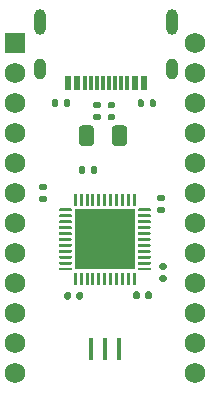
<source format=gts>
%TF.GenerationSoftware,KiCad,Pcbnew,5.1.9*%
%TF.CreationDate,2021-03-01T07:28:27+02:00*%
%TF.ProjectId,beater-c,62656174-6572-42d6-932e-6b696361645f,rev?*%
%TF.SameCoordinates,Original*%
%TF.FileFunction,Soldermask,Top*%
%TF.FilePolarity,Negative*%
%FSLAX46Y46*%
G04 Gerber Fmt 4.6, Leading zero omitted, Abs format (unit mm)*
G04 Created by KiCad (PCBNEW 5.1.9) date 2021-03-01 07:28:27*
%MOMM*%
%LPD*%
G01*
G04 APERTURE LIST*
%ADD10R,5.200000X5.200000*%
%ADD11R,0.400000X1.900000*%
%ADD12R,0.600000X1.150000*%
%ADD13R,0.300000X1.150000*%
%ADD14O,1.000000X2.200000*%
%ADD15O,1.000000X1.800000*%
%ADD16C,1.752600*%
%ADD17R,1.752600X1.752600*%
G04 APERTURE END LIST*
%TO.C,F1*%
G36*
G01*
X225159000Y-103851000D02*
X225159000Y-102601000D01*
G75*
G02*
X225409000Y-102351000I250000J0D01*
G01*
X226159000Y-102351000D01*
G75*
G02*
X226409000Y-102601000I0J-250000D01*
G01*
X226409000Y-103851000D01*
G75*
G02*
X226159000Y-104101000I-250000J0D01*
G01*
X225409000Y-104101000D01*
G75*
G02*
X225159000Y-103851000I0J250000D01*
G01*
G37*
G36*
G01*
X222359000Y-103851000D02*
X222359000Y-102601000D01*
G75*
G02*
X222609000Y-102351000I250000J0D01*
G01*
X223359000Y-102351000D01*
G75*
G02*
X223609000Y-102601000I0J-250000D01*
G01*
X223609000Y-103851000D01*
G75*
G02*
X223359000Y-104101000I-250000J0D01*
G01*
X222609000Y-104101000D01*
G75*
G02*
X222359000Y-103851000I0J250000D01*
G01*
G37*
%TD*%
D10*
%TO.C,U2*%
X224536000Y-112014000D03*
G36*
G01*
X227398500Y-109389000D02*
X228348500Y-109389000D01*
G75*
G02*
X228411000Y-109451500I0J-62500D01*
G01*
X228411000Y-109576500D01*
G75*
G02*
X228348500Y-109639000I-62500J0D01*
G01*
X227398500Y-109639000D01*
G75*
G02*
X227336000Y-109576500I0J62500D01*
G01*
X227336000Y-109451500D01*
G75*
G02*
X227398500Y-109389000I62500J0D01*
G01*
G37*
G36*
G01*
X227398500Y-109889000D02*
X228348500Y-109889000D01*
G75*
G02*
X228411000Y-109951500I0J-62500D01*
G01*
X228411000Y-110076500D01*
G75*
G02*
X228348500Y-110139000I-62500J0D01*
G01*
X227398500Y-110139000D01*
G75*
G02*
X227336000Y-110076500I0J62500D01*
G01*
X227336000Y-109951500D01*
G75*
G02*
X227398500Y-109889000I62500J0D01*
G01*
G37*
G36*
G01*
X227398500Y-110389000D02*
X228348500Y-110389000D01*
G75*
G02*
X228411000Y-110451500I0J-62500D01*
G01*
X228411000Y-110576500D01*
G75*
G02*
X228348500Y-110639000I-62500J0D01*
G01*
X227398500Y-110639000D01*
G75*
G02*
X227336000Y-110576500I0J62500D01*
G01*
X227336000Y-110451500D01*
G75*
G02*
X227398500Y-110389000I62500J0D01*
G01*
G37*
G36*
G01*
X227398500Y-110889000D02*
X228348500Y-110889000D01*
G75*
G02*
X228411000Y-110951500I0J-62500D01*
G01*
X228411000Y-111076500D01*
G75*
G02*
X228348500Y-111139000I-62500J0D01*
G01*
X227398500Y-111139000D01*
G75*
G02*
X227336000Y-111076500I0J62500D01*
G01*
X227336000Y-110951500D01*
G75*
G02*
X227398500Y-110889000I62500J0D01*
G01*
G37*
G36*
G01*
X227398500Y-111389000D02*
X228348500Y-111389000D01*
G75*
G02*
X228411000Y-111451500I0J-62500D01*
G01*
X228411000Y-111576500D01*
G75*
G02*
X228348500Y-111639000I-62500J0D01*
G01*
X227398500Y-111639000D01*
G75*
G02*
X227336000Y-111576500I0J62500D01*
G01*
X227336000Y-111451500D01*
G75*
G02*
X227398500Y-111389000I62500J0D01*
G01*
G37*
G36*
G01*
X227398500Y-111889000D02*
X228348500Y-111889000D01*
G75*
G02*
X228411000Y-111951500I0J-62500D01*
G01*
X228411000Y-112076500D01*
G75*
G02*
X228348500Y-112139000I-62500J0D01*
G01*
X227398500Y-112139000D01*
G75*
G02*
X227336000Y-112076500I0J62500D01*
G01*
X227336000Y-111951500D01*
G75*
G02*
X227398500Y-111889000I62500J0D01*
G01*
G37*
G36*
G01*
X227398500Y-112389000D02*
X228348500Y-112389000D01*
G75*
G02*
X228411000Y-112451500I0J-62500D01*
G01*
X228411000Y-112576500D01*
G75*
G02*
X228348500Y-112639000I-62500J0D01*
G01*
X227398500Y-112639000D01*
G75*
G02*
X227336000Y-112576500I0J62500D01*
G01*
X227336000Y-112451500D01*
G75*
G02*
X227398500Y-112389000I62500J0D01*
G01*
G37*
G36*
G01*
X227398500Y-112889000D02*
X228348500Y-112889000D01*
G75*
G02*
X228411000Y-112951500I0J-62500D01*
G01*
X228411000Y-113076500D01*
G75*
G02*
X228348500Y-113139000I-62500J0D01*
G01*
X227398500Y-113139000D01*
G75*
G02*
X227336000Y-113076500I0J62500D01*
G01*
X227336000Y-112951500D01*
G75*
G02*
X227398500Y-112889000I62500J0D01*
G01*
G37*
G36*
G01*
X227398500Y-113389000D02*
X228348500Y-113389000D01*
G75*
G02*
X228411000Y-113451500I0J-62500D01*
G01*
X228411000Y-113576500D01*
G75*
G02*
X228348500Y-113639000I-62500J0D01*
G01*
X227398500Y-113639000D01*
G75*
G02*
X227336000Y-113576500I0J62500D01*
G01*
X227336000Y-113451500D01*
G75*
G02*
X227398500Y-113389000I62500J0D01*
G01*
G37*
G36*
G01*
X227398500Y-113889000D02*
X228348500Y-113889000D01*
G75*
G02*
X228411000Y-113951500I0J-62500D01*
G01*
X228411000Y-114076500D01*
G75*
G02*
X228348500Y-114139000I-62500J0D01*
G01*
X227398500Y-114139000D01*
G75*
G02*
X227336000Y-114076500I0J62500D01*
G01*
X227336000Y-113951500D01*
G75*
G02*
X227398500Y-113889000I62500J0D01*
G01*
G37*
G36*
G01*
X227398500Y-114389000D02*
X228348500Y-114389000D01*
G75*
G02*
X228411000Y-114451500I0J-62500D01*
G01*
X228411000Y-114576500D01*
G75*
G02*
X228348500Y-114639000I-62500J0D01*
G01*
X227398500Y-114639000D01*
G75*
G02*
X227336000Y-114576500I0J62500D01*
G01*
X227336000Y-114451500D01*
G75*
G02*
X227398500Y-114389000I62500J0D01*
G01*
G37*
G36*
G01*
X226973500Y-114814000D02*
X227098500Y-114814000D01*
G75*
G02*
X227161000Y-114876500I0J-62500D01*
G01*
X227161000Y-115826500D01*
G75*
G02*
X227098500Y-115889000I-62500J0D01*
G01*
X226973500Y-115889000D01*
G75*
G02*
X226911000Y-115826500I0J62500D01*
G01*
X226911000Y-114876500D01*
G75*
G02*
X226973500Y-114814000I62500J0D01*
G01*
G37*
G36*
G01*
X226473500Y-114814000D02*
X226598500Y-114814000D01*
G75*
G02*
X226661000Y-114876500I0J-62500D01*
G01*
X226661000Y-115826500D01*
G75*
G02*
X226598500Y-115889000I-62500J0D01*
G01*
X226473500Y-115889000D01*
G75*
G02*
X226411000Y-115826500I0J62500D01*
G01*
X226411000Y-114876500D01*
G75*
G02*
X226473500Y-114814000I62500J0D01*
G01*
G37*
G36*
G01*
X225973500Y-114814000D02*
X226098500Y-114814000D01*
G75*
G02*
X226161000Y-114876500I0J-62500D01*
G01*
X226161000Y-115826500D01*
G75*
G02*
X226098500Y-115889000I-62500J0D01*
G01*
X225973500Y-115889000D01*
G75*
G02*
X225911000Y-115826500I0J62500D01*
G01*
X225911000Y-114876500D01*
G75*
G02*
X225973500Y-114814000I62500J0D01*
G01*
G37*
G36*
G01*
X225473500Y-114814000D02*
X225598500Y-114814000D01*
G75*
G02*
X225661000Y-114876500I0J-62500D01*
G01*
X225661000Y-115826500D01*
G75*
G02*
X225598500Y-115889000I-62500J0D01*
G01*
X225473500Y-115889000D01*
G75*
G02*
X225411000Y-115826500I0J62500D01*
G01*
X225411000Y-114876500D01*
G75*
G02*
X225473500Y-114814000I62500J0D01*
G01*
G37*
G36*
G01*
X224973500Y-114814000D02*
X225098500Y-114814000D01*
G75*
G02*
X225161000Y-114876500I0J-62500D01*
G01*
X225161000Y-115826500D01*
G75*
G02*
X225098500Y-115889000I-62500J0D01*
G01*
X224973500Y-115889000D01*
G75*
G02*
X224911000Y-115826500I0J62500D01*
G01*
X224911000Y-114876500D01*
G75*
G02*
X224973500Y-114814000I62500J0D01*
G01*
G37*
G36*
G01*
X224473500Y-114814000D02*
X224598500Y-114814000D01*
G75*
G02*
X224661000Y-114876500I0J-62500D01*
G01*
X224661000Y-115826500D01*
G75*
G02*
X224598500Y-115889000I-62500J0D01*
G01*
X224473500Y-115889000D01*
G75*
G02*
X224411000Y-115826500I0J62500D01*
G01*
X224411000Y-114876500D01*
G75*
G02*
X224473500Y-114814000I62500J0D01*
G01*
G37*
G36*
G01*
X223973500Y-114814000D02*
X224098500Y-114814000D01*
G75*
G02*
X224161000Y-114876500I0J-62500D01*
G01*
X224161000Y-115826500D01*
G75*
G02*
X224098500Y-115889000I-62500J0D01*
G01*
X223973500Y-115889000D01*
G75*
G02*
X223911000Y-115826500I0J62500D01*
G01*
X223911000Y-114876500D01*
G75*
G02*
X223973500Y-114814000I62500J0D01*
G01*
G37*
G36*
G01*
X223473500Y-114814000D02*
X223598500Y-114814000D01*
G75*
G02*
X223661000Y-114876500I0J-62500D01*
G01*
X223661000Y-115826500D01*
G75*
G02*
X223598500Y-115889000I-62500J0D01*
G01*
X223473500Y-115889000D01*
G75*
G02*
X223411000Y-115826500I0J62500D01*
G01*
X223411000Y-114876500D01*
G75*
G02*
X223473500Y-114814000I62500J0D01*
G01*
G37*
G36*
G01*
X222973500Y-114814000D02*
X223098500Y-114814000D01*
G75*
G02*
X223161000Y-114876500I0J-62500D01*
G01*
X223161000Y-115826500D01*
G75*
G02*
X223098500Y-115889000I-62500J0D01*
G01*
X222973500Y-115889000D01*
G75*
G02*
X222911000Y-115826500I0J62500D01*
G01*
X222911000Y-114876500D01*
G75*
G02*
X222973500Y-114814000I62500J0D01*
G01*
G37*
G36*
G01*
X222473500Y-114814000D02*
X222598500Y-114814000D01*
G75*
G02*
X222661000Y-114876500I0J-62500D01*
G01*
X222661000Y-115826500D01*
G75*
G02*
X222598500Y-115889000I-62500J0D01*
G01*
X222473500Y-115889000D01*
G75*
G02*
X222411000Y-115826500I0J62500D01*
G01*
X222411000Y-114876500D01*
G75*
G02*
X222473500Y-114814000I62500J0D01*
G01*
G37*
G36*
G01*
X221973500Y-114814000D02*
X222098500Y-114814000D01*
G75*
G02*
X222161000Y-114876500I0J-62500D01*
G01*
X222161000Y-115826500D01*
G75*
G02*
X222098500Y-115889000I-62500J0D01*
G01*
X221973500Y-115889000D01*
G75*
G02*
X221911000Y-115826500I0J62500D01*
G01*
X221911000Y-114876500D01*
G75*
G02*
X221973500Y-114814000I62500J0D01*
G01*
G37*
G36*
G01*
X220723500Y-114389000D02*
X221673500Y-114389000D01*
G75*
G02*
X221736000Y-114451500I0J-62500D01*
G01*
X221736000Y-114576500D01*
G75*
G02*
X221673500Y-114639000I-62500J0D01*
G01*
X220723500Y-114639000D01*
G75*
G02*
X220661000Y-114576500I0J62500D01*
G01*
X220661000Y-114451500D01*
G75*
G02*
X220723500Y-114389000I62500J0D01*
G01*
G37*
G36*
G01*
X220723500Y-113889000D02*
X221673500Y-113889000D01*
G75*
G02*
X221736000Y-113951500I0J-62500D01*
G01*
X221736000Y-114076500D01*
G75*
G02*
X221673500Y-114139000I-62500J0D01*
G01*
X220723500Y-114139000D01*
G75*
G02*
X220661000Y-114076500I0J62500D01*
G01*
X220661000Y-113951500D01*
G75*
G02*
X220723500Y-113889000I62500J0D01*
G01*
G37*
G36*
G01*
X220723500Y-113389000D02*
X221673500Y-113389000D01*
G75*
G02*
X221736000Y-113451500I0J-62500D01*
G01*
X221736000Y-113576500D01*
G75*
G02*
X221673500Y-113639000I-62500J0D01*
G01*
X220723500Y-113639000D01*
G75*
G02*
X220661000Y-113576500I0J62500D01*
G01*
X220661000Y-113451500D01*
G75*
G02*
X220723500Y-113389000I62500J0D01*
G01*
G37*
G36*
G01*
X220723500Y-112889000D02*
X221673500Y-112889000D01*
G75*
G02*
X221736000Y-112951500I0J-62500D01*
G01*
X221736000Y-113076500D01*
G75*
G02*
X221673500Y-113139000I-62500J0D01*
G01*
X220723500Y-113139000D01*
G75*
G02*
X220661000Y-113076500I0J62500D01*
G01*
X220661000Y-112951500D01*
G75*
G02*
X220723500Y-112889000I62500J0D01*
G01*
G37*
G36*
G01*
X220723500Y-112389000D02*
X221673500Y-112389000D01*
G75*
G02*
X221736000Y-112451500I0J-62500D01*
G01*
X221736000Y-112576500D01*
G75*
G02*
X221673500Y-112639000I-62500J0D01*
G01*
X220723500Y-112639000D01*
G75*
G02*
X220661000Y-112576500I0J62500D01*
G01*
X220661000Y-112451500D01*
G75*
G02*
X220723500Y-112389000I62500J0D01*
G01*
G37*
G36*
G01*
X220723500Y-111889000D02*
X221673500Y-111889000D01*
G75*
G02*
X221736000Y-111951500I0J-62500D01*
G01*
X221736000Y-112076500D01*
G75*
G02*
X221673500Y-112139000I-62500J0D01*
G01*
X220723500Y-112139000D01*
G75*
G02*
X220661000Y-112076500I0J62500D01*
G01*
X220661000Y-111951500D01*
G75*
G02*
X220723500Y-111889000I62500J0D01*
G01*
G37*
G36*
G01*
X220723500Y-111389000D02*
X221673500Y-111389000D01*
G75*
G02*
X221736000Y-111451500I0J-62500D01*
G01*
X221736000Y-111576500D01*
G75*
G02*
X221673500Y-111639000I-62500J0D01*
G01*
X220723500Y-111639000D01*
G75*
G02*
X220661000Y-111576500I0J62500D01*
G01*
X220661000Y-111451500D01*
G75*
G02*
X220723500Y-111389000I62500J0D01*
G01*
G37*
G36*
G01*
X220723500Y-110889000D02*
X221673500Y-110889000D01*
G75*
G02*
X221736000Y-110951500I0J-62500D01*
G01*
X221736000Y-111076500D01*
G75*
G02*
X221673500Y-111139000I-62500J0D01*
G01*
X220723500Y-111139000D01*
G75*
G02*
X220661000Y-111076500I0J62500D01*
G01*
X220661000Y-110951500D01*
G75*
G02*
X220723500Y-110889000I62500J0D01*
G01*
G37*
G36*
G01*
X220723500Y-110389000D02*
X221673500Y-110389000D01*
G75*
G02*
X221736000Y-110451500I0J-62500D01*
G01*
X221736000Y-110576500D01*
G75*
G02*
X221673500Y-110639000I-62500J0D01*
G01*
X220723500Y-110639000D01*
G75*
G02*
X220661000Y-110576500I0J62500D01*
G01*
X220661000Y-110451500D01*
G75*
G02*
X220723500Y-110389000I62500J0D01*
G01*
G37*
G36*
G01*
X220723500Y-109889000D02*
X221673500Y-109889000D01*
G75*
G02*
X221736000Y-109951500I0J-62500D01*
G01*
X221736000Y-110076500D01*
G75*
G02*
X221673500Y-110139000I-62500J0D01*
G01*
X220723500Y-110139000D01*
G75*
G02*
X220661000Y-110076500I0J62500D01*
G01*
X220661000Y-109951500D01*
G75*
G02*
X220723500Y-109889000I62500J0D01*
G01*
G37*
G36*
G01*
X220723500Y-109389000D02*
X221673500Y-109389000D01*
G75*
G02*
X221736000Y-109451500I0J-62500D01*
G01*
X221736000Y-109576500D01*
G75*
G02*
X221673500Y-109639000I-62500J0D01*
G01*
X220723500Y-109639000D01*
G75*
G02*
X220661000Y-109576500I0J62500D01*
G01*
X220661000Y-109451500D01*
G75*
G02*
X220723500Y-109389000I62500J0D01*
G01*
G37*
G36*
G01*
X221973500Y-108139000D02*
X222098500Y-108139000D01*
G75*
G02*
X222161000Y-108201500I0J-62500D01*
G01*
X222161000Y-109151500D01*
G75*
G02*
X222098500Y-109214000I-62500J0D01*
G01*
X221973500Y-109214000D01*
G75*
G02*
X221911000Y-109151500I0J62500D01*
G01*
X221911000Y-108201500D01*
G75*
G02*
X221973500Y-108139000I62500J0D01*
G01*
G37*
G36*
G01*
X222473500Y-108139000D02*
X222598500Y-108139000D01*
G75*
G02*
X222661000Y-108201500I0J-62500D01*
G01*
X222661000Y-109151500D01*
G75*
G02*
X222598500Y-109214000I-62500J0D01*
G01*
X222473500Y-109214000D01*
G75*
G02*
X222411000Y-109151500I0J62500D01*
G01*
X222411000Y-108201500D01*
G75*
G02*
X222473500Y-108139000I62500J0D01*
G01*
G37*
G36*
G01*
X222973500Y-108139000D02*
X223098500Y-108139000D01*
G75*
G02*
X223161000Y-108201500I0J-62500D01*
G01*
X223161000Y-109151500D01*
G75*
G02*
X223098500Y-109214000I-62500J0D01*
G01*
X222973500Y-109214000D01*
G75*
G02*
X222911000Y-109151500I0J62500D01*
G01*
X222911000Y-108201500D01*
G75*
G02*
X222973500Y-108139000I62500J0D01*
G01*
G37*
G36*
G01*
X223473500Y-108139000D02*
X223598500Y-108139000D01*
G75*
G02*
X223661000Y-108201500I0J-62500D01*
G01*
X223661000Y-109151500D01*
G75*
G02*
X223598500Y-109214000I-62500J0D01*
G01*
X223473500Y-109214000D01*
G75*
G02*
X223411000Y-109151500I0J62500D01*
G01*
X223411000Y-108201500D01*
G75*
G02*
X223473500Y-108139000I62500J0D01*
G01*
G37*
G36*
G01*
X223973500Y-108139000D02*
X224098500Y-108139000D01*
G75*
G02*
X224161000Y-108201500I0J-62500D01*
G01*
X224161000Y-109151500D01*
G75*
G02*
X224098500Y-109214000I-62500J0D01*
G01*
X223973500Y-109214000D01*
G75*
G02*
X223911000Y-109151500I0J62500D01*
G01*
X223911000Y-108201500D01*
G75*
G02*
X223973500Y-108139000I62500J0D01*
G01*
G37*
G36*
G01*
X224473500Y-108139000D02*
X224598500Y-108139000D01*
G75*
G02*
X224661000Y-108201500I0J-62500D01*
G01*
X224661000Y-109151500D01*
G75*
G02*
X224598500Y-109214000I-62500J0D01*
G01*
X224473500Y-109214000D01*
G75*
G02*
X224411000Y-109151500I0J62500D01*
G01*
X224411000Y-108201500D01*
G75*
G02*
X224473500Y-108139000I62500J0D01*
G01*
G37*
G36*
G01*
X224973500Y-108139000D02*
X225098500Y-108139000D01*
G75*
G02*
X225161000Y-108201500I0J-62500D01*
G01*
X225161000Y-109151500D01*
G75*
G02*
X225098500Y-109214000I-62500J0D01*
G01*
X224973500Y-109214000D01*
G75*
G02*
X224911000Y-109151500I0J62500D01*
G01*
X224911000Y-108201500D01*
G75*
G02*
X224973500Y-108139000I62500J0D01*
G01*
G37*
G36*
G01*
X225473500Y-108139000D02*
X225598500Y-108139000D01*
G75*
G02*
X225661000Y-108201500I0J-62500D01*
G01*
X225661000Y-109151500D01*
G75*
G02*
X225598500Y-109214000I-62500J0D01*
G01*
X225473500Y-109214000D01*
G75*
G02*
X225411000Y-109151500I0J62500D01*
G01*
X225411000Y-108201500D01*
G75*
G02*
X225473500Y-108139000I62500J0D01*
G01*
G37*
G36*
G01*
X225973500Y-108139000D02*
X226098500Y-108139000D01*
G75*
G02*
X226161000Y-108201500I0J-62500D01*
G01*
X226161000Y-109151500D01*
G75*
G02*
X226098500Y-109214000I-62500J0D01*
G01*
X225973500Y-109214000D01*
G75*
G02*
X225911000Y-109151500I0J62500D01*
G01*
X225911000Y-108201500D01*
G75*
G02*
X225973500Y-108139000I62500J0D01*
G01*
G37*
G36*
G01*
X226473500Y-108139000D02*
X226598500Y-108139000D01*
G75*
G02*
X226661000Y-108201500I0J-62500D01*
G01*
X226661000Y-109151500D01*
G75*
G02*
X226598500Y-109214000I-62500J0D01*
G01*
X226473500Y-109214000D01*
G75*
G02*
X226411000Y-109151500I0J62500D01*
G01*
X226411000Y-108201500D01*
G75*
G02*
X226473500Y-108139000I62500J0D01*
G01*
G37*
G36*
G01*
X226973500Y-108139000D02*
X227098500Y-108139000D01*
G75*
G02*
X227161000Y-108201500I0J-62500D01*
G01*
X227161000Y-109151500D01*
G75*
G02*
X227098500Y-109214000I-62500J0D01*
G01*
X226973500Y-109214000D01*
G75*
G02*
X226911000Y-109151500I0J62500D01*
G01*
X226911000Y-108201500D01*
G75*
G02*
X226973500Y-108139000I62500J0D01*
G01*
G37*
%TD*%
%TO.C,C2*%
G36*
G01*
X229126000Y-109257000D02*
X229496000Y-109257000D01*
G75*
G02*
X229631000Y-109392000I0J-135000D01*
G01*
X229631000Y-109662000D01*
G75*
G02*
X229496000Y-109797000I-135000J0D01*
G01*
X229126000Y-109797000D01*
G75*
G02*
X228991000Y-109662000I0J135000D01*
G01*
X228991000Y-109392000D01*
G75*
G02*
X229126000Y-109257000I135000J0D01*
G01*
G37*
G36*
G01*
X229126000Y-108237000D02*
X229496000Y-108237000D01*
G75*
G02*
X229631000Y-108372000I0J-135000D01*
G01*
X229631000Y-108642000D01*
G75*
G02*
X229496000Y-108777000I-135000J0D01*
G01*
X229126000Y-108777000D01*
G75*
G02*
X228991000Y-108642000I0J135000D01*
G01*
X228991000Y-108372000D01*
G75*
G02*
X229126000Y-108237000I135000J0D01*
G01*
G37*
%TD*%
%TO.C,C3*%
G36*
G01*
X229649000Y-114568000D02*
X229279000Y-114568000D01*
G75*
G02*
X229144000Y-114433000I0J135000D01*
G01*
X229144000Y-114163000D01*
G75*
G02*
X229279000Y-114028000I135000J0D01*
G01*
X229649000Y-114028000D01*
G75*
G02*
X229784000Y-114163000I0J-135000D01*
G01*
X229784000Y-114433000D01*
G75*
G02*
X229649000Y-114568000I-135000J0D01*
G01*
G37*
G36*
G01*
X229649000Y-115588000D02*
X229279000Y-115588000D01*
G75*
G02*
X229144000Y-115453000I0J135000D01*
G01*
X229144000Y-115183000D01*
G75*
G02*
X229279000Y-115048000I135000J0D01*
G01*
X229649000Y-115048000D01*
G75*
G02*
X229784000Y-115183000I0J-135000D01*
G01*
X229784000Y-115453000D01*
G75*
G02*
X229649000Y-115588000I-135000J0D01*
G01*
G37*
%TD*%
%TO.C,R5*%
G36*
G01*
X227496000Y-116553000D02*
X227496000Y-116923000D01*
G75*
G02*
X227361000Y-117058000I-135000J0D01*
G01*
X227091000Y-117058000D01*
G75*
G02*
X226956000Y-116923000I0J135000D01*
G01*
X226956000Y-116553000D01*
G75*
G02*
X227091000Y-116418000I135000J0D01*
G01*
X227361000Y-116418000D01*
G75*
G02*
X227496000Y-116553000I0J-135000D01*
G01*
G37*
G36*
G01*
X228516000Y-116553000D02*
X228516000Y-116923000D01*
G75*
G02*
X228381000Y-117058000I-135000J0D01*
G01*
X228111000Y-117058000D01*
G75*
G02*
X227976000Y-116923000I0J135000D01*
G01*
X227976000Y-116553000D01*
G75*
G02*
X228111000Y-116418000I135000J0D01*
G01*
X228381000Y-116418000D01*
G75*
G02*
X228516000Y-116553000I0J-135000D01*
G01*
G37*
%TD*%
D11*
%TO.C,Y1*%
X223336000Y-121310000D03*
X224536000Y-121310000D03*
X225736000Y-121310000D03*
%TD*%
%TO.C,C4*%
G36*
G01*
X221654400Y-116604000D02*
X221654400Y-116974000D01*
G75*
G02*
X221519400Y-117109000I-135000J0D01*
G01*
X221249400Y-117109000D01*
G75*
G02*
X221114400Y-116974000I0J135000D01*
G01*
X221114400Y-116604000D01*
G75*
G02*
X221249400Y-116469000I135000J0D01*
G01*
X221519400Y-116469000D01*
G75*
G02*
X221654400Y-116604000I0J-135000D01*
G01*
G37*
G36*
G01*
X222674400Y-116604000D02*
X222674400Y-116974000D01*
G75*
G02*
X222539400Y-117109000I-135000J0D01*
G01*
X222269400Y-117109000D01*
G75*
G02*
X222134400Y-116974000I0J135000D01*
G01*
X222134400Y-116604000D01*
G75*
G02*
X222269400Y-116469000I135000J0D01*
G01*
X222539400Y-116469000D01*
G75*
G02*
X222674400Y-116604000I0J-135000D01*
G01*
G37*
%TD*%
%TO.C,C1*%
G36*
G01*
X219144000Y-108317000D02*
X219514000Y-108317000D01*
G75*
G02*
X219649000Y-108452000I0J-135000D01*
G01*
X219649000Y-108722000D01*
G75*
G02*
X219514000Y-108857000I-135000J0D01*
G01*
X219144000Y-108857000D01*
G75*
G02*
X219009000Y-108722000I0J135000D01*
G01*
X219009000Y-108452000D01*
G75*
G02*
X219144000Y-108317000I135000J0D01*
G01*
G37*
G36*
G01*
X219144000Y-107297000D02*
X219514000Y-107297000D01*
G75*
G02*
X219649000Y-107432000I0J-135000D01*
G01*
X219649000Y-107702000D01*
G75*
G02*
X219514000Y-107837000I-135000J0D01*
G01*
X219144000Y-107837000D01*
G75*
G02*
X219009000Y-107702000I0J135000D01*
G01*
X219009000Y-107432000D01*
G75*
G02*
X219144000Y-107297000I135000J0D01*
G01*
G37*
%TD*%
%TO.C,C5*%
G36*
G01*
X223354000Y-106306000D02*
X223354000Y-105936000D01*
G75*
G02*
X223489000Y-105801000I135000J0D01*
G01*
X223759000Y-105801000D01*
G75*
G02*
X223894000Y-105936000I0J-135000D01*
G01*
X223894000Y-106306000D01*
G75*
G02*
X223759000Y-106441000I-135000J0D01*
G01*
X223489000Y-106441000D01*
G75*
G02*
X223354000Y-106306000I0J135000D01*
G01*
G37*
G36*
G01*
X222334000Y-106306000D02*
X222334000Y-105936000D01*
G75*
G02*
X222469000Y-105801000I135000J0D01*
G01*
X222739000Y-105801000D01*
G75*
G02*
X222874000Y-105936000I0J-135000D01*
G01*
X222874000Y-106306000D01*
G75*
G02*
X222739000Y-106441000I-135000J0D01*
G01*
X222469000Y-106441000D01*
G75*
G02*
X222334000Y-106306000I0J135000D01*
G01*
G37*
%TD*%
%TO.C,R1*%
G36*
G01*
X227850000Y-100297000D02*
X227850000Y-100667000D01*
G75*
G02*
X227715000Y-100802000I-135000J0D01*
G01*
X227445000Y-100802000D01*
G75*
G02*
X227310000Y-100667000I0J135000D01*
G01*
X227310000Y-100297000D01*
G75*
G02*
X227445000Y-100162000I135000J0D01*
G01*
X227715000Y-100162000D01*
G75*
G02*
X227850000Y-100297000I0J-135000D01*
G01*
G37*
G36*
G01*
X228870000Y-100297000D02*
X228870000Y-100667000D01*
G75*
G02*
X228735000Y-100802000I-135000J0D01*
G01*
X228465000Y-100802000D01*
G75*
G02*
X228330000Y-100667000I0J135000D01*
G01*
X228330000Y-100297000D01*
G75*
G02*
X228465000Y-100162000I135000J0D01*
G01*
X228735000Y-100162000D01*
G75*
G02*
X228870000Y-100297000I0J-135000D01*
G01*
G37*
%TD*%
D12*
%TO.C,USB1*%
X221413000Y-98725800D03*
X222188000Y-98725800D03*
X227863000Y-98725800D03*
X227088000Y-98725800D03*
D13*
X223388000Y-98725800D03*
X222888000Y-98725800D03*
X226388000Y-98725800D03*
X225888000Y-98725800D03*
X223888000Y-98725800D03*
X225388000Y-98725800D03*
X224388000Y-98725800D03*
X224888000Y-98725800D03*
D14*
X230258000Y-93590800D03*
X219018000Y-93590800D03*
D15*
X219018000Y-97590800D03*
X230258000Y-97590800D03*
%TD*%
%TO.C,R4*%
G36*
G01*
X225280000Y-100903000D02*
X224910000Y-100903000D01*
G75*
G02*
X224775000Y-100768000I0J135000D01*
G01*
X224775000Y-100498000D01*
G75*
G02*
X224910000Y-100363000I135000J0D01*
G01*
X225280000Y-100363000D01*
G75*
G02*
X225415000Y-100498000I0J-135000D01*
G01*
X225415000Y-100768000D01*
G75*
G02*
X225280000Y-100903000I-135000J0D01*
G01*
G37*
G36*
G01*
X225280000Y-101923000D02*
X224910000Y-101923000D01*
G75*
G02*
X224775000Y-101788000I0J135000D01*
G01*
X224775000Y-101518000D01*
G75*
G02*
X224910000Y-101383000I135000J0D01*
G01*
X225280000Y-101383000D01*
G75*
G02*
X225415000Y-101518000I0J-135000D01*
G01*
X225415000Y-101788000D01*
G75*
G02*
X225280000Y-101923000I-135000J0D01*
G01*
G37*
%TD*%
%TO.C,R3*%
G36*
G01*
X224061000Y-100903000D02*
X223691000Y-100903000D01*
G75*
G02*
X223556000Y-100768000I0J135000D01*
G01*
X223556000Y-100498000D01*
G75*
G02*
X223691000Y-100363000I135000J0D01*
G01*
X224061000Y-100363000D01*
G75*
G02*
X224196000Y-100498000I0J-135000D01*
G01*
X224196000Y-100768000D01*
G75*
G02*
X224061000Y-100903000I-135000J0D01*
G01*
G37*
G36*
G01*
X224061000Y-101923000D02*
X223691000Y-101923000D01*
G75*
G02*
X223556000Y-101788000I0J135000D01*
G01*
X223556000Y-101518000D01*
G75*
G02*
X223691000Y-101383000I135000J0D01*
G01*
X224061000Y-101383000D01*
G75*
G02*
X224196000Y-101518000I0J-135000D01*
G01*
X224196000Y-101788000D01*
G75*
G02*
X224061000Y-101923000I-135000J0D01*
G01*
G37*
%TD*%
%TO.C,R2*%
G36*
G01*
X221066000Y-100667000D02*
X221066000Y-100297000D01*
G75*
G02*
X221201000Y-100162000I135000J0D01*
G01*
X221471000Y-100162000D01*
G75*
G02*
X221606000Y-100297000I0J-135000D01*
G01*
X221606000Y-100667000D01*
G75*
G02*
X221471000Y-100802000I-135000J0D01*
G01*
X221201000Y-100802000D01*
G75*
G02*
X221066000Y-100667000I0J135000D01*
G01*
G37*
G36*
G01*
X220046000Y-100667000D02*
X220046000Y-100297000D01*
G75*
G02*
X220181000Y-100162000I135000J0D01*
G01*
X220451000Y-100162000D01*
G75*
G02*
X220586000Y-100297000I0J-135000D01*
G01*
X220586000Y-100667000D01*
G75*
G02*
X220451000Y-100802000I-135000J0D01*
G01*
X220181000Y-100802000D01*
G75*
G02*
X220046000Y-100667000I0J135000D01*
G01*
G37*
%TD*%
D16*
%TO.C,U1*%
X232207000Y-95402000D03*
X216967000Y-123342000D03*
X232207000Y-97942000D03*
X232207000Y-100482000D03*
X232207000Y-103022000D03*
X232207000Y-105562000D03*
X232207000Y-108102000D03*
X232207000Y-110642000D03*
X232207000Y-113182000D03*
X232207000Y-115722000D03*
X232207000Y-118262000D03*
X232207000Y-120802000D03*
X232207000Y-123342000D03*
X216967000Y-120802000D03*
X216967000Y-118262000D03*
X216967000Y-115722000D03*
X216967000Y-113182000D03*
X216967000Y-110642000D03*
X216967000Y-108102000D03*
X216967000Y-105562000D03*
X216967000Y-103022000D03*
X216967000Y-100482000D03*
X216967000Y-97942000D03*
D17*
X216967000Y-95402000D03*
%TD*%
M02*

</source>
